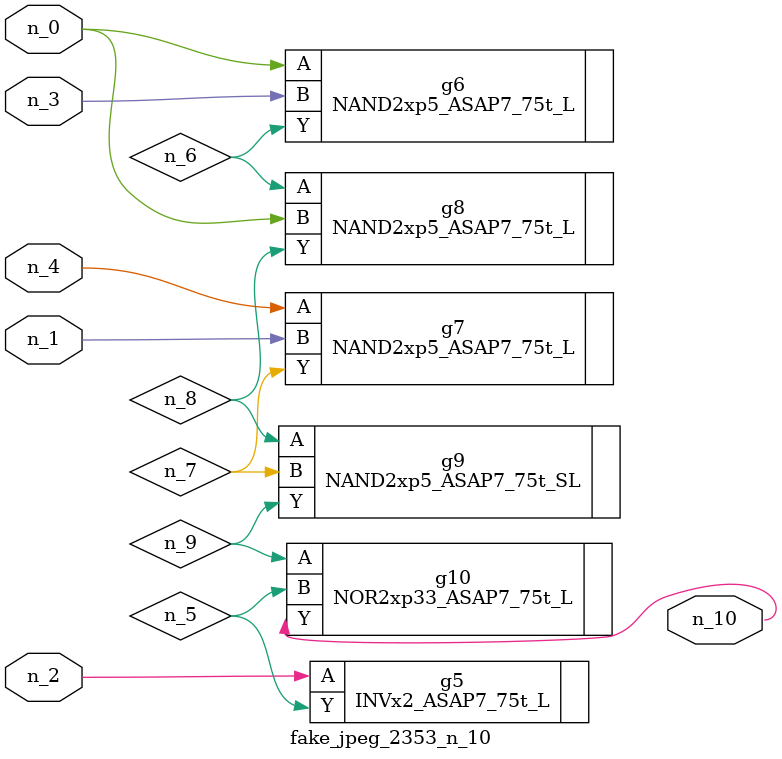
<source format=v>
module fake_jpeg_2353_n_10 (n_3, n_2, n_1, n_0, n_4, n_10);

input n_3;
input n_2;
input n_1;
input n_0;
input n_4;

output n_10;

wire n_8;
wire n_9;
wire n_6;
wire n_5;
wire n_7;

INVx2_ASAP7_75t_L g5 ( 
.A(n_2),
.Y(n_5)
);

NAND2xp5_ASAP7_75t_L g6 ( 
.A(n_0),
.B(n_3),
.Y(n_6)
);

NAND2xp5_ASAP7_75t_L g7 ( 
.A(n_4),
.B(n_1),
.Y(n_7)
);

NAND2xp5_ASAP7_75t_L g8 ( 
.A(n_6),
.B(n_0),
.Y(n_8)
);

NAND2xp5_ASAP7_75t_SL g9 ( 
.A(n_8),
.B(n_7),
.Y(n_9)
);

NOR2xp33_ASAP7_75t_L g10 ( 
.A(n_9),
.B(n_5),
.Y(n_10)
);


endmodule
</source>
